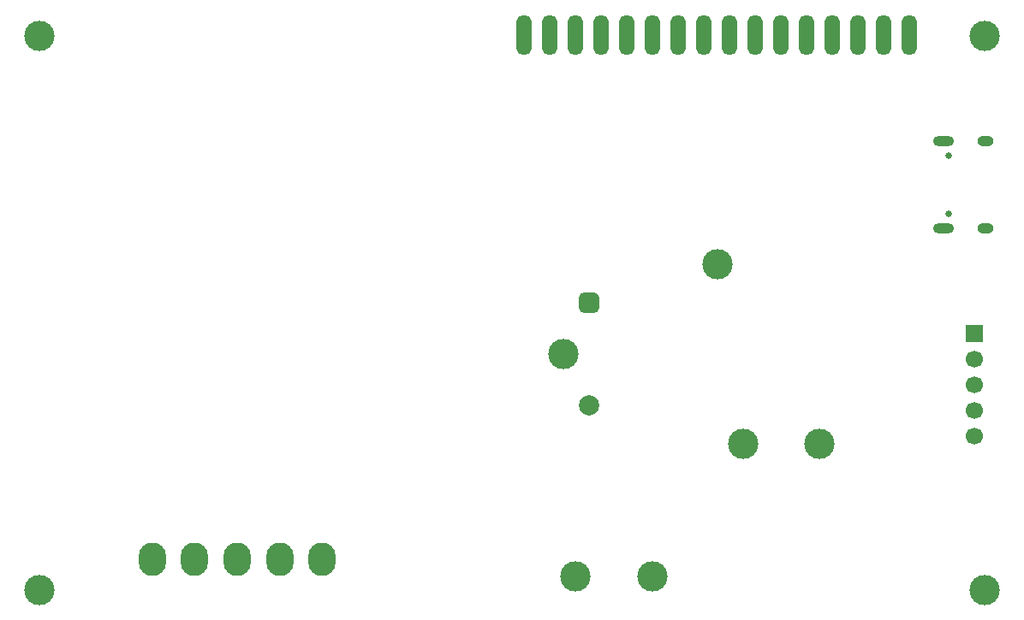
<source format=gbs>
G04 #@! TF.GenerationSoftware,KiCad,Pcbnew,9.0.2*
G04 #@! TF.CreationDate,2025-09-26T20:13:01+02:00*
G04 #@! TF.ProjectId,TeslaBMBCheck,5465736c-6142-44d4-9243-6865636b2e6b,1.1*
G04 #@! TF.SameCoordinates,Original*
G04 #@! TF.FileFunction,Soldermask,Bot*
G04 #@! TF.FilePolarity,Negative*
%FSLAX46Y46*%
G04 Gerber Fmt 4.6, Leading zero omitted, Abs format (unit mm)*
G04 Created by KiCad (PCBNEW 9.0.2) date 2025-09-26 20:13:01*
%MOMM*%
%LPD*%
G01*
G04 APERTURE LIST*
G04 Aperture macros list*
%AMRoundRect*
0 Rectangle with rounded corners*
0 $1 Rounding radius*
0 $2 $3 $4 $5 $6 $7 $8 $9 X,Y pos of 4 corners*
0 Add a 4 corners polygon primitive as box body*
4,1,4,$2,$3,$4,$5,$6,$7,$8,$9,$2,$3,0*
0 Add four circle primitives for the rounded corners*
1,1,$1+$1,$2,$3*
1,1,$1+$1,$4,$5*
1,1,$1+$1,$6,$7*
1,1,$1+$1,$8,$9*
0 Add four rect primitives between the rounded corners*
20,1,$1+$1,$2,$3,$4,$5,0*
20,1,$1+$1,$4,$5,$6,$7,0*
20,1,$1+$1,$6,$7,$8,$9,0*
20,1,$1+$1,$8,$9,$2,$3,0*%
G04 Aperture macros list end*
%ADD10C,3.000000*%
%ADD11O,2.700000X3.300000*%
%ADD12R,1.700000X1.700000*%
%ADD13C,1.700000*%
%ADD14RoundRect,0.500000X0.500000X0.500000X-0.500000X0.500000X-0.500000X-0.500000X0.500000X-0.500000X0*%
%ADD15C,2.000000*%
%ADD16C,0.650000*%
%ADD17O,2.100000X1.000000*%
%ADD18O,1.600000X1.000000*%
%ADD19O,1.501140X4.000500*%
G04 APERTURE END LIST*
D10*
X78232000Y-105156000D03*
X171704000Y-50292000D03*
X131191000Y-103822000D03*
X138811000Y-103822000D03*
D11*
X89372000Y-102108000D03*
X93572000Y-102108000D03*
X97772000Y-102108000D03*
X101972000Y-102108000D03*
X106172000Y-102108000D03*
D10*
X78232000Y-50292000D03*
X171704000Y-105156000D03*
D12*
X170688000Y-79756000D03*
D13*
X170688000Y-82296000D03*
X170688000Y-84836000D03*
X170688000Y-87376000D03*
X170688000Y-89916000D03*
D10*
X130046000Y-81796000D03*
X145246000Y-72896000D03*
X155386000Y-90696000D03*
X147786000Y-90696000D03*
D14*
X132586000Y-76696000D03*
D15*
X132586000Y-86896000D03*
D16*
X168142000Y-67914000D03*
X168142000Y-62134000D03*
D17*
X167612000Y-69344000D03*
D18*
X171792000Y-69344000D03*
D17*
X167612000Y-60704000D03*
D18*
X171792000Y-60704000D03*
D19*
X164273800Y-50205860D03*
X161733800Y-50205860D03*
X159193800Y-50205860D03*
X156653800Y-50205860D03*
X154113800Y-50205860D03*
X151573800Y-50205860D03*
X149033800Y-50205860D03*
X146493800Y-50205860D03*
X143953800Y-50205860D03*
X141413800Y-50205860D03*
X138873800Y-50205860D03*
X136333800Y-50205860D03*
X133793800Y-50205860D03*
X131253800Y-50205860D03*
X128713800Y-50205860D03*
X126173800Y-50205860D03*
M02*

</source>
